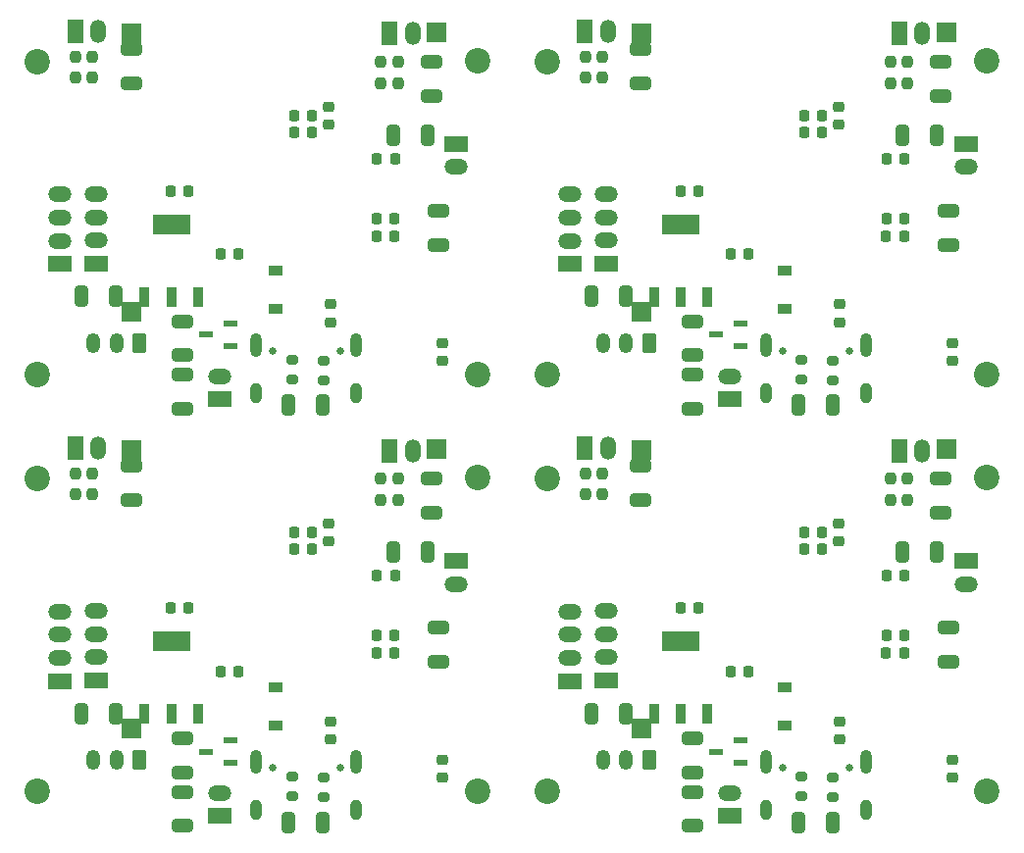
<source format=gbr>
%TF.GenerationSoftware,KiCad,Pcbnew,(6.0.4)*%
%TF.CreationDate,2022-09-20T14:12:37+09:00*%
%TF.ProjectId,mainboard_p_rev2,6d61696e-626f-4617-9264-5f705f726576,rev?*%
%TF.SameCoordinates,Original*%
%TF.FileFunction,Soldermask,Bot*%
%TF.FilePolarity,Negative*%
%FSLAX46Y46*%
G04 Gerber Fmt 4.6, Leading zero omitted, Abs format (unit mm)*
G04 Created by KiCad (PCBNEW (6.0.4)) date 2022-09-20 14:12:37*
%MOMM*%
%LPD*%
G01*
G04 APERTURE LIST*
G04 Aperture macros list*
%AMRoundRect*
0 Rectangle with rounded corners*
0 $1 Rounding radius*
0 $2 $3 $4 $5 $6 $7 $8 $9 X,Y pos of 4 corners*
0 Add a 4 corners polygon primitive as box body*
4,1,4,$2,$3,$4,$5,$6,$7,$8,$9,$2,$3,0*
0 Add four circle primitives for the rounded corners*
1,1,$1+$1,$2,$3*
1,1,$1+$1,$4,$5*
1,1,$1+$1,$6,$7*
1,1,$1+$1,$8,$9*
0 Add four rect primitives between the rounded corners*
20,1,$1+$1,$2,$3,$4,$5,0*
20,1,$1+$1,$4,$5,$6,$7,0*
20,1,$1+$1,$6,$7,$8,$9,0*
20,1,$1+$1,$8,$9,$2,$3,0*%
G04 Aperture macros list end*
%ADD10RoundRect,0.250000X-0.325000X-0.650000X0.325000X-0.650000X0.325000X0.650000X-0.325000X0.650000X0*%
%ADD11O,2.000000X1.350000*%
%ADD12R,2.000000X1.350000*%
%ADD13RoundRect,0.200000X-0.275000X0.200000X-0.275000X-0.200000X0.275000X-0.200000X0.275000X0.200000X0*%
%ADD14R,1.700000X1.700000*%
%ADD15R,3.200000X1.750000*%
%ADD16R,0.950000X1.750000*%
%ADD17RoundRect,0.225000X-0.225000X-0.250000X0.225000X-0.250000X0.225000X0.250000X-0.225000X0.250000X0*%
%ADD18R,1.300000X0.600000*%
%ADD19RoundRect,0.237500X0.237500X-0.250000X0.237500X0.250000X-0.237500X0.250000X-0.237500X-0.250000X0*%
%ADD20O,1.350000X2.000000*%
%ADD21R,1.350000X2.000000*%
%ADD22RoundRect,0.225000X0.225000X0.250000X-0.225000X0.250000X-0.225000X-0.250000X0.225000X-0.250000X0*%
%ADD23RoundRect,0.250000X-0.650000X0.325000X-0.650000X-0.325000X0.650000X-0.325000X0.650000X0.325000X0*%
%ADD24R,1.200000X0.900000*%
%ADD25O,1.200000X1.750000*%
%ADD26RoundRect,0.250000X0.350000X0.625000X-0.350000X0.625000X-0.350000X-0.625000X0.350000X-0.625000X0*%
%ADD27C,2.200000*%
%ADD28O,1.000000X1.800000*%
%ADD29O,1.000000X2.100000*%
%ADD30C,0.650000*%
%ADD31RoundRect,0.225000X0.250000X-0.225000X0.250000X0.225000X-0.250000X0.225000X-0.250000X-0.225000X0*%
%ADD32RoundRect,0.225000X-0.250000X0.225000X-0.250000X-0.225000X0.250000X-0.225000X0.250000X0.225000X0*%
%ADD33RoundRect,0.250000X0.325000X0.650000X-0.325000X0.650000X-0.325000X-0.650000X0.325000X-0.650000X0*%
%ADD34RoundRect,0.250000X0.650000X-0.325000X0.650000X0.325000X-0.650000X0.325000X-0.650000X-0.325000X0*%
G04 APERTURE END LIST*
D10*
%TO.C,C107*%
X194675000Y-129700000D03*
X191725000Y-129700000D03*
%TD*%
D11*
%TO.C,J29*%
X175077000Y-111454000D03*
X175077000Y-113454000D03*
X175077000Y-115454000D03*
D12*
X175077000Y-117454000D03*
%TD*%
D13*
%TO.C,R86*%
X192000000Y-127425000D03*
X192000000Y-125775000D03*
%TD*%
D14*
%TO.C,REF\u002A\u002A18*%
X204500000Y-97500000D03*
%TD*%
D15*
%TO.C,IC14*%
X181579400Y-114047200D03*
D16*
X179279400Y-120347200D03*
X181579400Y-120347200D03*
X183879400Y-120347200D03*
%TD*%
D17*
%TO.C,C96*%
X200820200Y-115063600D03*
X199270200Y-115063600D03*
%TD*%
D18*
%TO.C,Q12*%
X184578200Y-123598000D03*
X186678200Y-124548000D03*
X186678200Y-122648000D03*
%TD*%
D19*
%TO.C,R87*%
X201137400Y-100028700D03*
X201137400Y-101853700D03*
%TD*%
D10*
%TO.C,C116*%
X203679200Y-106376800D03*
X200729200Y-106376800D03*
%TD*%
D20*
%TO.C,M8*%
X175289600Y-97410600D03*
D21*
X173289600Y-97410600D03*
%TD*%
D13*
%TO.C,R85*%
X194700000Y-127525000D03*
X194700000Y-125875000D03*
%TD*%
D17*
%TO.C,C103*%
X200896400Y-108434200D03*
X199346400Y-108434200D03*
%TD*%
%TO.C,R76*%
X200871000Y-113539600D03*
X199321000Y-113539600D03*
%TD*%
D11*
%TO.C,J27*%
X185745000Y-127170000D03*
D12*
X185745000Y-129170000D03*
%TD*%
D19*
%TO.C,R88*%
X174772200Y-99571500D03*
X174772200Y-101396500D03*
%TD*%
D17*
%TO.C,C99*%
X187409000Y-116663800D03*
X185859000Y-116663800D03*
%TD*%
D22*
%TO.C,C105*%
X192183600Y-104649600D03*
X193733600Y-104649600D03*
%TD*%
D23*
%TO.C,C112*%
X178099600Y-101857400D03*
X178099600Y-98907400D03*
%TD*%
D24*
%TO.C,D7*%
X190545600Y-121387200D03*
X190545600Y-118087200D03*
%TD*%
D23*
%TO.C,C110*%
X182544600Y-125377800D03*
X182544600Y-122427800D03*
%TD*%
D25*
%TO.C,J25*%
X174836200Y-124309200D03*
X176836200Y-124309200D03*
D26*
X178836200Y-124309200D03*
%TD*%
D27*
%TO.C,5*%
X208000000Y-127000000D03*
%TD*%
D14*
%TO.C,6*%
X178125000Y-121591400D03*
%TD*%
D27*
%TO.C,REF\u002A\u002A16*%
X208000000Y-99925200D03*
%TD*%
D28*
%TO.C,U14*%
X197570000Y-128650000D03*
X188930000Y-128650000D03*
D29*
X188930000Y-124470000D03*
X197570000Y-124470000D03*
D30*
X190360000Y-124970000D03*
X196140000Y-124970000D03*
%TD*%
D23*
%TO.C,C113*%
X204642600Y-115825600D03*
X204642600Y-112875600D03*
%TD*%
D14*
%TO.C,REF\u002A\u002A17*%
X178150400Y-97588400D03*
%TD*%
D17*
%TO.C,R81*%
X183091000Y-111228200D03*
X181541000Y-111228200D03*
%TD*%
D23*
%TO.C,C95*%
X204007600Y-102975000D03*
X204007600Y-100025000D03*
%TD*%
D22*
%TO.C,C93*%
X192209000Y-106122800D03*
X193759000Y-106122800D03*
%TD*%
D31*
%TO.C,C92*%
X195193800Y-103887000D03*
X195193800Y-105437000D03*
%TD*%
%TO.C,C101*%
X195295400Y-120968800D03*
X195295400Y-122518800D03*
%TD*%
D11*
%TO.C,J32*%
X206166600Y-109129400D03*
D12*
X206166600Y-107129400D03*
%TD*%
D32*
%TO.C,C98*%
X204972800Y-125846200D03*
X204972800Y-124296200D03*
%TD*%
D20*
%TO.C,M7*%
X202406400Y-97613800D03*
D21*
X200406400Y-97613800D03*
%TD*%
D19*
%TO.C,R90*%
X173299000Y-99571500D03*
X173299000Y-101396500D03*
%TD*%
%TO.C,R89*%
X199638800Y-100028700D03*
X199638800Y-101853700D03*
%TD*%
D33*
%TO.C,C109*%
X173856000Y-120296000D03*
X176806000Y-120296000D03*
%TD*%
D11*
%TO.C,J28*%
X171952800Y-111500000D03*
X171952800Y-113500000D03*
X171952800Y-115500000D03*
D12*
X171952800Y-117500000D03*
%TD*%
D34*
%TO.C,C108*%
X182544600Y-127076000D03*
X182544600Y-130026000D03*
%TD*%
D27*
%TO.C,REF\u002A\u002A13*%
X170000000Y-127000000D03*
%TD*%
%TO.C,REF\u002A\u002A15*%
X170000000Y-100000000D03*
%TD*%
%TO.C,REF\u002A\u002A14*%
X208000000Y-127000000D03*
%TD*%
D10*
%TO.C,C77*%
X150675000Y-129700000D03*
X147725000Y-129700000D03*
%TD*%
D11*
%TO.C,J21*%
X131077000Y-111454000D03*
X131077000Y-113454000D03*
X131077000Y-115454000D03*
D12*
X131077000Y-117454000D03*
%TD*%
D13*
%TO.C,R63*%
X148000000Y-127425000D03*
X148000000Y-125775000D03*
%TD*%
D14*
%TO.C,REF\u002A\u002A12*%
X160500000Y-97500000D03*
%TD*%
D15*
%TO.C,IC6*%
X137579400Y-114047200D03*
D16*
X135279400Y-120347200D03*
X137579400Y-120347200D03*
X139879400Y-120347200D03*
%TD*%
D17*
%TO.C,C66*%
X156820200Y-115063600D03*
X155270200Y-115063600D03*
%TD*%
D18*
%TO.C,Q9*%
X140578200Y-123598000D03*
X142678200Y-124548000D03*
X142678200Y-122648000D03*
%TD*%
D19*
%TO.C,R64*%
X157137400Y-100028700D03*
X157137400Y-101853700D03*
%TD*%
D10*
%TO.C,C86*%
X159679200Y-106376800D03*
X156729200Y-106376800D03*
%TD*%
D20*
%TO.C,M6*%
X131289600Y-97410600D03*
D21*
X129289600Y-97410600D03*
%TD*%
D13*
%TO.C,R62*%
X150700000Y-127525000D03*
X150700000Y-125875000D03*
%TD*%
D17*
%TO.C,C73*%
X156896400Y-108434200D03*
X155346400Y-108434200D03*
%TD*%
%TO.C,R53*%
X156871000Y-113539600D03*
X155321000Y-113539600D03*
%TD*%
D11*
%TO.C,J19*%
X141745000Y-127170000D03*
D12*
X141745000Y-129170000D03*
%TD*%
D19*
%TO.C,R65*%
X130772200Y-99571500D03*
X130772200Y-101396500D03*
%TD*%
D17*
%TO.C,C69*%
X143409000Y-116663800D03*
X141859000Y-116663800D03*
%TD*%
D22*
%TO.C,C75*%
X148183600Y-104649600D03*
X149733600Y-104649600D03*
%TD*%
D23*
%TO.C,C82*%
X134099600Y-101857400D03*
X134099600Y-98907400D03*
%TD*%
D24*
%TO.C,D5*%
X146545600Y-121387200D03*
X146545600Y-118087200D03*
%TD*%
D23*
%TO.C,C80*%
X138544600Y-125377800D03*
X138544600Y-122427800D03*
%TD*%
D25*
%TO.C,J17*%
X130836200Y-124309200D03*
X132836200Y-124309200D03*
D26*
X134836200Y-124309200D03*
%TD*%
D27*
%TO.C,3*%
X164000000Y-127000000D03*
%TD*%
D14*
%TO.C,4*%
X134125000Y-121591400D03*
%TD*%
D27*
%TO.C,REF\u002A\u002A10*%
X164000000Y-99925200D03*
%TD*%
D28*
%TO.C,U10*%
X153570000Y-128650000D03*
X144930000Y-128650000D03*
D29*
X144930000Y-124470000D03*
X153570000Y-124470000D03*
D30*
X146360000Y-124970000D03*
X152140000Y-124970000D03*
%TD*%
D23*
%TO.C,C83*%
X160642600Y-115825600D03*
X160642600Y-112875600D03*
%TD*%
D14*
%TO.C,REF\u002A\u002A11*%
X134150400Y-97588400D03*
%TD*%
D17*
%TO.C,R58*%
X139091000Y-111228200D03*
X137541000Y-111228200D03*
%TD*%
D23*
%TO.C,C65*%
X160007600Y-102975000D03*
X160007600Y-100025000D03*
%TD*%
D22*
%TO.C,C63*%
X148209000Y-106122800D03*
X149759000Y-106122800D03*
%TD*%
D31*
%TO.C,C62*%
X151193800Y-103887000D03*
X151193800Y-105437000D03*
%TD*%
%TO.C,C71*%
X151295400Y-120968800D03*
X151295400Y-122518800D03*
%TD*%
D11*
%TO.C,J24*%
X162166600Y-109129400D03*
D12*
X162166600Y-107129400D03*
%TD*%
D32*
%TO.C,C68*%
X160972800Y-125846200D03*
X160972800Y-124296200D03*
%TD*%
D20*
%TO.C,M5*%
X158406400Y-97613800D03*
D21*
X156406400Y-97613800D03*
%TD*%
D19*
%TO.C,R67*%
X129299000Y-99571500D03*
X129299000Y-101396500D03*
%TD*%
%TO.C,R66*%
X155638800Y-100028700D03*
X155638800Y-101853700D03*
%TD*%
D33*
%TO.C,C79*%
X129856000Y-120296000D03*
X132806000Y-120296000D03*
%TD*%
D11*
%TO.C,J20*%
X127952800Y-111500000D03*
X127952800Y-113500000D03*
X127952800Y-115500000D03*
D12*
X127952800Y-117500000D03*
%TD*%
D34*
%TO.C,C78*%
X138544600Y-127076000D03*
X138544600Y-130026000D03*
%TD*%
D27*
%TO.C,REF\u002A\u002A7*%
X126000000Y-127000000D03*
%TD*%
%TO.C,REF\u002A\u002A9*%
X126000000Y-100000000D03*
%TD*%
%TO.C,REF\u002A\u002A8*%
X164000000Y-127000000D03*
%TD*%
D10*
%TO.C,C47*%
X194675000Y-93700000D03*
X191725000Y-93700000D03*
%TD*%
D11*
%TO.C,J13*%
X175077000Y-75454000D03*
X175077000Y-77454000D03*
X175077000Y-79454000D03*
D12*
X175077000Y-81454000D03*
%TD*%
D13*
%TO.C,R40*%
X192000000Y-91425000D03*
X192000000Y-89775000D03*
%TD*%
D14*
%TO.C,REF\u002A\u002A6*%
X204500000Y-61500000D03*
%TD*%
D15*
%TO.C,IC4*%
X181579400Y-78047200D03*
D16*
X179279400Y-84347200D03*
X181579400Y-84347200D03*
X183879400Y-84347200D03*
%TD*%
D17*
%TO.C,C31*%
X200820200Y-79063600D03*
X199270200Y-79063600D03*
%TD*%
D18*
%TO.C,Q8*%
X184578200Y-87598000D03*
X186678200Y-88548000D03*
X186678200Y-86648000D03*
%TD*%
D19*
%TO.C,R41*%
X201137400Y-64028700D03*
X201137400Y-65853700D03*
%TD*%
D10*
%TO.C,C56*%
X203679200Y-70376800D03*
X200729200Y-70376800D03*
%TD*%
D20*
%TO.C,M4*%
X175289600Y-61410600D03*
D21*
X173289600Y-61410600D03*
%TD*%
D13*
%TO.C,R39*%
X194700000Y-91525000D03*
X194700000Y-89875000D03*
%TD*%
D17*
%TO.C,C43*%
X200896400Y-72434200D03*
X199346400Y-72434200D03*
%TD*%
%TO.C,R30*%
X200871000Y-77539600D03*
X199321000Y-77539600D03*
%TD*%
D11*
%TO.C,J9*%
X185745000Y-91170000D03*
D12*
X185745000Y-93170000D03*
%TD*%
D19*
%TO.C,R42*%
X174772200Y-63571500D03*
X174772200Y-65396500D03*
%TD*%
D17*
%TO.C,C39*%
X187409000Y-80663800D03*
X185859000Y-80663800D03*
%TD*%
D22*
%TO.C,C45*%
X192183600Y-68649600D03*
X193733600Y-68649600D03*
%TD*%
D23*
%TO.C,C52*%
X178099600Y-65857400D03*
X178099600Y-62907400D03*
%TD*%
D24*
%TO.C,D2*%
X190545600Y-85387200D03*
X190545600Y-82087200D03*
%TD*%
D23*
%TO.C,C50*%
X182544600Y-89377800D03*
X182544600Y-86427800D03*
%TD*%
D25*
%TO.C,J2*%
X174836200Y-88309200D03*
X176836200Y-88309200D03*
D26*
X178836200Y-88309200D03*
%TD*%
D27*
%TO.C,1*%
X208000000Y-91000000D03*
%TD*%
D14*
%TO.C,2*%
X178125000Y-85591400D03*
%TD*%
D27*
%TO.C,REF\u002A\u002A4*%
X208000000Y-63925200D03*
%TD*%
D28*
%TO.C,U7*%
X197570000Y-92650000D03*
X188930000Y-92650000D03*
D29*
X188930000Y-88470000D03*
X197570000Y-88470000D03*
D30*
X190360000Y-88970000D03*
X196140000Y-88970000D03*
%TD*%
D23*
%TO.C,C53*%
X204642600Y-79825600D03*
X204642600Y-76875600D03*
%TD*%
D14*
%TO.C,REF\u002A\u002A5*%
X178150400Y-61588400D03*
%TD*%
D17*
%TO.C,R35*%
X183091000Y-75228200D03*
X181541000Y-75228200D03*
%TD*%
D23*
%TO.C,C29*%
X204007600Y-66975000D03*
X204007600Y-64025000D03*
%TD*%
D22*
%TO.C,C27*%
X192209000Y-70122800D03*
X193759000Y-70122800D03*
%TD*%
D31*
%TO.C,C25*%
X195193800Y-67887000D03*
X195193800Y-69437000D03*
%TD*%
%TO.C,C41*%
X195295400Y-84968800D03*
X195295400Y-86518800D03*
%TD*%
D11*
%TO.C,J16*%
X206166600Y-73129400D03*
D12*
X206166600Y-71129400D03*
%TD*%
D32*
%TO.C,C38*%
X204972800Y-89846200D03*
X204972800Y-88296200D03*
%TD*%
D20*
%TO.C,M3*%
X202406400Y-61613800D03*
D21*
X200406400Y-61613800D03*
%TD*%
D19*
%TO.C,R44*%
X173299000Y-63571500D03*
X173299000Y-65396500D03*
%TD*%
%TO.C,R43*%
X199638800Y-64028700D03*
X199638800Y-65853700D03*
%TD*%
D33*
%TO.C,C49*%
X173856000Y-84296000D03*
X176806000Y-84296000D03*
%TD*%
D11*
%TO.C,J12*%
X171952800Y-75500000D03*
X171952800Y-77500000D03*
X171952800Y-79500000D03*
D12*
X171952800Y-81500000D03*
%TD*%
D34*
%TO.C,C48*%
X182544600Y-91076000D03*
X182544600Y-94026000D03*
%TD*%
D27*
%TO.C,REF\u002A\u002A1*%
X170000000Y-91000000D03*
%TD*%
%TO.C,REF\u002A\u002A3*%
X170000000Y-64000000D03*
%TD*%
%TO.C,REF\u002A\u002A2*%
X208000000Y-91000000D03*
%TD*%
%TO.C,REF\u002A\u002A*%
X164000000Y-91000000D03*
%TD*%
%TO.C,REF\u002A\u002A*%
X126000000Y-91000000D03*
%TD*%
%TO.C,REF\u002A\u002A*%
X126000000Y-64000000D03*
%TD*%
D28*
%TO.C,U4*%
X153570000Y-92650000D03*
X144930000Y-92650000D03*
D29*
X144930000Y-88470000D03*
X153570000Y-88470000D03*
D30*
X146360000Y-88970000D03*
X152140000Y-88970000D03*
%TD*%
D14*
%TO.C,*%
X134125000Y-85591400D03*
%TD*%
D27*
%TO.C,*%
X164000000Y-91000000D03*
%TD*%
%TO.C,REF\u002A\u002A*%
X164000000Y-63925200D03*
%TD*%
D10*
%TO.C,C33*%
X159679200Y-70376800D03*
X156729200Y-70376800D03*
%TD*%
D23*
%TO.C,C22*%
X134099600Y-65857400D03*
X134099600Y-62907400D03*
%TD*%
D24*
%TO.C,D1*%
X146545600Y-85387200D03*
X146545600Y-82087200D03*
%TD*%
D23*
%TO.C,C20*%
X138544600Y-89377800D03*
X138544600Y-86427800D03*
%TD*%
D22*
%TO.C,C15*%
X148183600Y-68649600D03*
X149733600Y-68649600D03*
%TD*%
D11*
%TO.C,J4*%
X141745000Y-91170000D03*
D12*
X141745000Y-93170000D03*
%TD*%
D11*
%TO.C,J6*%
X131077000Y-75454000D03*
X131077000Y-77454000D03*
X131077000Y-79454000D03*
D12*
X131077000Y-81454000D03*
%TD*%
D17*
%TO.C,C9*%
X143409000Y-80663800D03*
X141859000Y-80663800D03*
%TD*%
%TO.C,R7*%
X156871000Y-77539600D03*
X155321000Y-77539600D03*
%TD*%
D25*
%TO.C,J1*%
X130836200Y-88309200D03*
X132836200Y-88309200D03*
D26*
X134836200Y-88309200D03*
%TD*%
D17*
%TO.C,C13*%
X156896400Y-72434200D03*
X155346400Y-72434200D03*
%TD*%
D19*
%TO.C,R18*%
X157137400Y-64028700D03*
X157137400Y-65853700D03*
%TD*%
D15*
%TO.C,IC2*%
X137579400Y-78047200D03*
D16*
X135279400Y-84347200D03*
X137579400Y-84347200D03*
X139879400Y-84347200D03*
%TD*%
D18*
%TO.C,Q7*%
X140578200Y-87598000D03*
X142678200Y-88548000D03*
X142678200Y-86648000D03*
%TD*%
D10*
%TO.C,C17*%
X150675000Y-93700000D03*
X147725000Y-93700000D03*
%TD*%
D19*
%TO.C,R19*%
X130772200Y-63571500D03*
X130772200Y-65396500D03*
%TD*%
D14*
%TO.C,REF\u002A\u002A*%
X160500000Y-61500000D03*
%TD*%
D17*
%TO.C,C6*%
X156820200Y-79063600D03*
X155270200Y-79063600D03*
%TD*%
D13*
%TO.C,R17*%
X148000000Y-91425000D03*
X148000000Y-89775000D03*
%TD*%
%TO.C,R16*%
X150700000Y-91525000D03*
X150700000Y-89875000D03*
%TD*%
D20*
%TO.C,M2*%
X131289600Y-61410600D03*
D21*
X129289600Y-61410600D03*
%TD*%
D11*
%TO.C,J5*%
X127952800Y-75500000D03*
X127952800Y-77500000D03*
X127952800Y-79500000D03*
D12*
X127952800Y-81500000D03*
%TD*%
D23*
%TO.C,C23*%
X160642600Y-79825600D03*
X160642600Y-76875600D03*
%TD*%
D32*
%TO.C,C8*%
X160972800Y-89846200D03*
X160972800Y-88296200D03*
%TD*%
D17*
%TO.C,R12*%
X139091000Y-75228200D03*
X137541000Y-75228200D03*
%TD*%
D34*
%TO.C,C18*%
X138544600Y-91076000D03*
X138544600Y-94026000D03*
%TD*%
D33*
%TO.C,C19*%
X129856000Y-84296000D03*
X132806000Y-84296000D03*
%TD*%
D19*
%TO.C,R20*%
X155638800Y-64028700D03*
X155638800Y-65853700D03*
%TD*%
D14*
%TO.C,REF\u002A\u002A*%
X134150400Y-61588400D03*
%TD*%
D23*
%TO.C,C5*%
X160007600Y-66975000D03*
X160007600Y-64025000D03*
%TD*%
D20*
%TO.C,M1*%
X158406400Y-61613800D03*
D21*
X156406400Y-61613800D03*
%TD*%
D19*
%TO.C,R21*%
X129299000Y-63571500D03*
X129299000Y-65396500D03*
%TD*%
D11*
%TO.C,J11*%
X162166600Y-73129400D03*
D12*
X162166600Y-71129400D03*
%TD*%
D31*
%TO.C,C11*%
X151295400Y-84968800D03*
X151295400Y-86518800D03*
%TD*%
D22*
%TO.C,C3*%
X148209000Y-70122800D03*
X149759000Y-70122800D03*
%TD*%
D31*
%TO.C,C2*%
X151193800Y-67887000D03*
X151193800Y-69437000D03*
%TD*%
M02*

</source>
